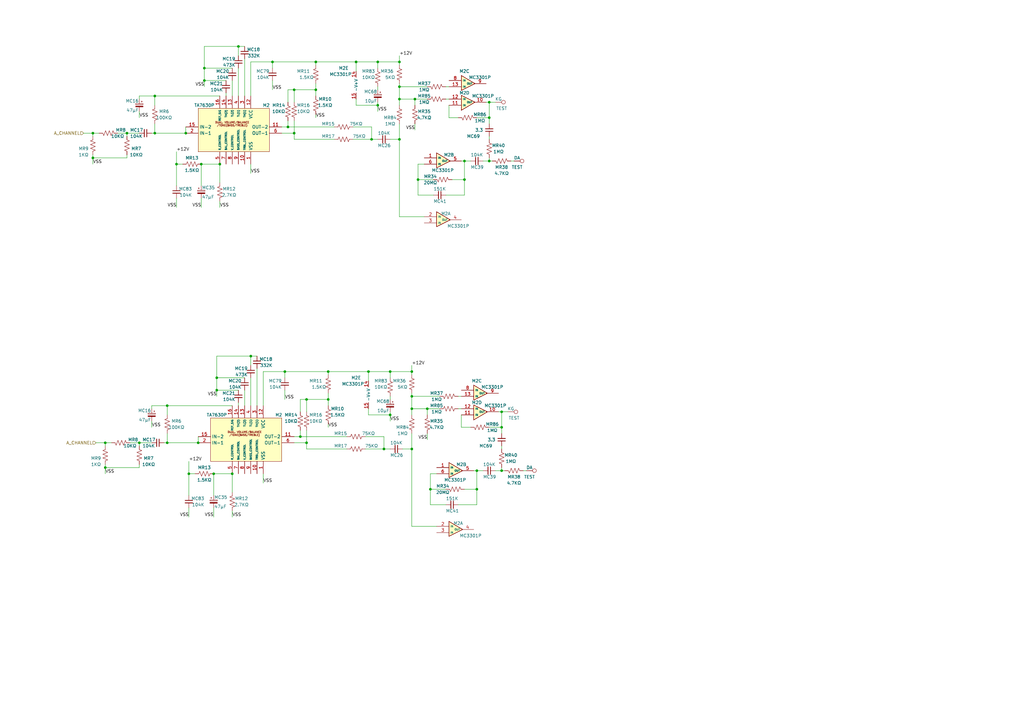
<source format=kicad_sch>
(kicad_sch (version 20230121) (generator eeschema)
  (paper "A3")
  (lib_symbols
    (symbol "Connector:TestPoint" (pin_numbers hide) (pin_names (offset 0.762) hide)
      (property "Reference" "TP" (at 0 6.858 0))
      (property "Value" "TestPoint" (at 0 5.08 0))
      (symbol "TestPoint_0_1"
        (circle (center 0 3.302) (radius 0.762))
      )
      (symbol "TestPoint_1_1"
        (pin passive line (at 0 0 90) (length 2.54) (name "1") (number "1"))
      )
    )
    (symbol "Device:C_Polarized_Small" (pin_numbers hide) (pin_names (offset 0.254) hide)
      (property "Reference" "C" (at 0.254 1.778 0))
      (property "Value" "C_Polarized_Small" (at 0.254 -2.032 0))
      (symbol "C_Polarized_Small_0_1"
        (rectangle (start -1.524 -0.3048) (end 1.524 -0.6858) (fill (type outline)))
        (rectangle (start -1.524 0.6858) (end 1.524 0.3048))
        (polyline (pts (xy -1.27 1.524) (xy -0.762 1.524)))
        (polyline (pts (xy -1.016 1.27) (xy -1.016 1.778)))
      )
      (symbol "C_Polarized_Small_1_1"
        (pin passive line (at 0 2.54 270) (length 1.8542) (name "~") (number "1"))
        (pin passive line (at 0 -2.54 90) (length 1.8542) (name "~") (number "2"))
      )
    )
    (symbol "Device:C_Small" (pin_numbers hide) (pin_names (offset 0.254) hide)
      (property "Reference" "C" (at 0.254 1.778 0))
      (property "Value" "C_Small" (at 0.254 -2.032 0))
      (symbol "C_Small_0_1"
        (polyline (pts (xy -1.524 -0.508) (xy 1.524 -0.508)) (stroke (width 0.3302)))
        (polyline (pts (xy -1.524 0.508) (xy 1.524 0.508)) (stroke (width 0.3048)))
      )
      (symbol "C_Small_1_1"
        (pin passive line (at 0 2.54 270) (length 2.032) (name "~") (number "1"))
        (pin passive line (at 0 -2.54 90) (length 2.032) (name "~") (number "2"))
      )
    )
    (symbol "Device:R_US" (pin_numbers hide) (pin_names (offset 0))
      (property "Reference" "R" (at 2.54 0 90))
      (property "Value" "R_US" (at -2.54 0 90))
      (symbol "R_US_0_1"
        (polyline (pts (xy 0 -2.286) (xy 0 -2.54)))
        (polyline (pts (xy 0 2.286) (xy 0 2.54)))
        (polyline (pts (xy 0 -0.762) (xy 1.016 -1.143) (xy 0 -1.524) (xy -1.016 -1.905) (xy 0 -2.286)))
        (polyline (pts (xy 0 0.762) (xy 1.016 0.381) (xy 0 0) (xy -1.016 -0.381) (xy 0 -0.762)))
        (polyline (pts (xy 0 2.286) (xy 1.016 1.905) (xy 0 1.524) (xy -1.016 1.143) (xy 0 0.762)))
      )
      (symbol "R_US_1_1"
        (pin passive line (at 0 3.81 270) (length 1.27) (name "~") (number "1"))
        (pin passive line (at 0 -3.81 90) (length 1.27) (name "~") (number "2"))
      )
    )
    (symbol "arcade:MC3301P"
      (property "Reference" "U" (at 3.81 2.54 0))
      (property "Value" "MC3301P" (at 7.62 -2.54 0))
      (symbol "MC3301P_0_0"
        (text "" (at -7.62 -5.08 0) (effects (font (size 1.27 1.27))))
        (text "" (at -7.62 -5.08 0) (effects (font (size 1.27 1.27))))
        (text "" (at -6.35 -5.08 0) (effects (font (size 1.27 1.27))))
        (text "" (at -6.35 -5.08 0) (effects (font (size 1.27 1.27))))
        (text "" (at -2.54 0 0) (effects (font (size 1.27 1.27))))
        (text "" (at -2.54 0 0) (effects (font (size 1.27 1.27))))
      )
      (symbol "MC3301P_1_0"
        (polyline (pts (xy -1.27 3.302) (xy -1.27 -2.794) (xy 4.318 0) (xy -1.27 3.302)) (stroke (width 0.254)) (fill (type background)))
      )
      (symbol "MC3301P_1_1"
        (pin input line (at -6.35 1.27 0) (length 5.08) (name "IN") (number "2"))
        (pin input line (at -6.35 -1.27 0) (length 5.08) (name "IN") (number "3"))
        (pin output line (at 8.89 0 180) (length 5.08) (name "OUT") (number "4"))
      )
      (symbol "MC3301P_2_0"
        (polyline (pts (xy -1.27 3.302) (xy -1.27 -2.794) (xy 4.318 0) (xy -1.27 3.302)) (stroke (width 0.254)) (fill (type background)))
      )
      (symbol "MC3301P_2_1"
        (pin input line (at -6.35 1.27 0) (length 5.08) (name "IN") (number "1"))
        (pin output line (at 8.89 0 180) (length 5.08) (name "OUT") (number "5"))
        (pin input line (at -6.35 -1.27 0) (length 5.08) (name "IN") (number "6"))
      )
      (symbol "MC3301P_3_0"
        (polyline (pts (xy -1.27 3.302) (xy -1.27 -2.794) (xy 4.318 0) (xy -1.27 3.302)) (stroke (width 0.254)) (fill (type background)))
      )
      (symbol "MC3301P_3_1"
        (pin input line (at -6.35 -1.27 0) (length 5.08) (name "IN") (number "13"))
        (pin input line (at -6.35 1.27 0) (length 5.08) (name "IN") (number "8"))
        (pin output line (at 8.89 0 180) (length 5.08) (name "OUT") (number "9"))
      )
      (symbol "MC3301P_4_0"
        (polyline (pts (xy -1.27 3.302) (xy -1.27 -2.794) (xy 4.318 0) (xy -1.27 3.302)) (stroke (width 0.254)) (fill (type background)))
      )
      (symbol "MC3301P_4_1"
        (pin output line (at 8.89 0 180) (length 5.08) (name "OUT") (number "10"))
        (pin input line (at -6.35 1.27 0) (length 5.08) (name "IN") (number "11"))
        (pin input line (at -6.35 -1.27 0) (length 5.08) (name "IN") (number "12"))
      )
      (symbol "MC3301P_5_1"
        (pin power_in line (at 0 5.08 270) (length 2.54) (name "+V") (number "14"))
        (pin power_in line (at 0 -6.35 90) (length 2.54) (name "-V") (number "15"))
      )
    )
    (symbol "toshiba:TA7630P"
      (property "Reference" "U" (at 13.97 10.16 0))
      (property "Value" "TA7630P" (at -11.43 10.16 0))
      (symbol "TA7630P_1_1"
        (rectangle (start -13.97 8.89) (end 15.24 -8.89) (fill (type background)))
        (text "DUAL. VOLUME/BALANCE\n/TONE(BASS/TREBLE)\n" (at 0 2.54 0) (effects (font (size 0.762 0.762))))
        (pin power_in line (at 7.62 -13.97 90) (length 5.08) (name "VSS") (number "1"))
        (pin passive line (at 5.08 -13.97 90) (length 5.08) (name "TRBL_CONTROL") (number "10"))
        (pin output line (at 20.32 1.27 180) (length 5.08) (name "OUT-2") (number "11"))
        (pin power_in line (at 7.62 13.97 270) (length 5.08) (name "VCC") (number "12"))
        (pin passive line (at 0 13.97 270) (length 5.08) (name "TL(2)") (number "13"))
        (pin passive line (at -2.54 13.97 270) (length 5.08) (name "TH(2)") (number "14"))
        (pin input line (at -19.05 1.27 0) (length 5.08) (name "IN-2") (number "15"))
        (pin passive line (at -5.08 13.97 270) (length 5.08) (name "REF_SIG") (number "16"))
        (pin input line (at -19.05 -1.27 0) (length 5.08) (name "IN-1") (number "2"))
        (pin passive line (at 5.08 13.97 270) (length 5.08) (name "TH(1)") (number "3"))
        (pin passive line (at 2.54 13.97 270) (length 5.08) (name "TL(1)") (number "4"))
        (pin passive line (at -5.08 -13.97 90) (length 5.08) (name "R_CONTROL") (number "5"))
        (pin output line (at 20.32 -1.27 180) (length 5.08) (name "OUT-1") (number "6"))
        (pin passive line (at -2.54 -13.97 90) (length 5.08) (name "BAL_CONTROL") (number "7"))
        (pin passive line (at 0 -13.97 90) (length 5.08) (name "V_CONTROL") (number "8"))
        (pin passive line (at 2.54 -13.97 90) (length 5.08) (name "BASS_CONTROL") (number "9"))
      )
    )
  )
  (junction (at 95.25 194.31))
  (junction (at 129.54 25.4))
  (junction (at 120.65 36.83))
  (junction (at 168.91 167.64))
  (junction (at 160.02 152.4))
  (junction (at 205.74 168.91))
  (junction (at 90.17 67.31))
  (junction (at 88.9 160.02))
  (junction (at 72.39 67.31))
  (junction (at 160.02 170.18))
  (junction (at 77.47 194.31))
  (junction (at 200.66 66.04))
  (junction (at 88.9 154.94))
  (junction (at 190.5 73.66))
  (junction (at 175.26 167.64))
  (junction (at 120.65 54.61))
  (junction (at 200.66 48.26))
  (junction (at 81.28 181.61))
  (junction (at 163.83 40.64))
  (junction (at 125.73 163.83))
  (junction (at 83.82 27.94))
  (junction (at 200.66 41.91))
  (junction (at 52.07 54.61))
  (junction (at 125.73 181.61))
  (junction (at 163.83 57.15))
  (junction (at 157.48 184.15))
  (junction (at 168.91 184.15))
  (junction (at 87.63 194.31))
  (junction (at 152.4 57.15))
  (junction (at 63.5 39.37))
  (junction (at 168.91 152.4))
  (junction (at 195.58 193.04))
  (junction (at 176.53 200.66))
  (junction (at 63.5 54.61))
  (junction (at 170.18 40.64))
  (junction (at 76.2 54.61))
  (junction (at 116.84 152.4))
  (junction (at 118.11 52.07))
  (junction (at 151.13 152.4))
  (junction (at 168.91 162.56))
  (junction (at 129.54 36.83))
  (junction (at 97.79 19.05))
  (junction (at 163.83 25.4))
  (junction (at 134.62 163.83))
  (junction (at 38.1 64.77))
  (junction (at 154.94 43.18))
  (junction (at 163.83 35.56))
  (junction (at 146.05 25.4))
  (junction (at 82.55 67.31))
  (junction (at 134.62 152.4))
  (junction (at 111.76 25.4))
  (junction (at 123.19 179.07))
  (junction (at 43.18 191.77))
  (junction (at 57.15 181.61))
  (junction (at 102.87 146.05))
  (junction (at 68.58 181.61))
  (junction (at 38.1 54.61))
  (junction (at 190.5 66.04))
  (junction (at 205.74 193.04))
  (junction (at 171.45 73.66))
  (junction (at 43.18 181.61))
  (junction (at 195.58 200.66))
  (junction (at 205.74 175.26))
  (junction (at 154.94 25.4))
  (junction (at 83.82 33.02))
  (junction (at 68.58 166.37))
  (wire (pts (xy 120.65 49.53) (xy 120.65 54.61)))
  (wire (pts (xy 214.63 193.04) (xy 215.9 193.04)))
  (wire (pts (xy 171.45 73.66) (xy 171.45 80.01)))
  (wire (pts (xy 45.72 181.61) (xy 43.18 181.61)))
  (wire (pts (xy 190.5 80.01) (xy 190.5 73.66)))
  (wire (pts (xy 168.91 177.8) (xy 168.91 184.15)))
  (wire (pts (xy 111.76 25.4) (xy 111.76 27.94)))
  (wire (pts (xy 43.18 191.77) (xy 43.18 194.31)))
  (wire (pts (xy 43.18 181.61) (xy 43.18 182.88)))
  (wire (pts (xy 163.83 35.56) (xy 175.26 35.56)))
  (wire (pts (xy 62.23 172.72) (xy 62.23 175.26)))
  (wire (pts (xy 88.9 160.02) (xy 88.9 162.56)))
  (wire (pts (xy 190.5 66.04) (xy 193.04 66.04)))
  (wire (pts (xy 111.76 33.02) (xy 111.76 36.83)))
  (wire (pts (xy 102.87 146.05) (xy 102.87 149.86)))
  (wire (pts (xy 173.99 67.31) (xy 171.45 67.31)))
  (wire (pts (xy 43.18 190.5) (xy 43.18 191.77)))
  (wire (pts (xy 118.11 36.83) (xy 118.11 41.91)))
  (wire (pts (xy 205.74 175.26) (xy 205.74 168.91)))
  (wire (pts (xy 120.65 57.15) (xy 120.65 54.61)))
  (wire (pts (xy 118.11 36.83) (xy 120.65 36.83)))
  (wire (pts (xy 107.95 152.4) (xy 107.95 166.37)))
  (wire (pts (xy 194.31 193.04) (xy 195.58 193.04)))
  (wire (pts (xy 134.62 153.67) (xy 134.62 152.4)))
  (wire (pts (xy 134.62 163.83) (xy 134.62 166.37)))
  (wire (pts (xy 200.66 41.91) (xy 203.2 41.91)))
  (wire (pts (xy 116.84 152.4) (xy 116.84 154.94)))
  (wire (pts (xy 102.87 146.05) (xy 88.9 146.05)))
  (wire (pts (xy 83.82 27.94) (xy 83.82 33.02)))
  (wire (pts (xy 205.74 191.77) (xy 205.74 193.04)))
  (wire (pts (xy 134.62 161.29) (xy 134.62 163.83)))
  (wire (pts (xy 163.83 88.9) (xy 163.83 57.15)))
  (wire (pts (xy 163.83 40.64) (xy 170.18 40.64)))
  (wire (pts (xy 163.83 88.9) (xy 173.99 88.9)))
  (wire (pts (xy 82.55 67.31) (xy 90.17 67.31)))
  (wire (pts (xy 168.91 167.64) (xy 168.91 170.18)))
  (wire (pts (xy 125.73 163.83) (xy 125.73 168.91)))
  (wire (pts (xy 129.54 36.83) (xy 120.65 36.83)))
  (wire (pts (xy 195.58 48.26) (xy 200.66 48.26)))
  (wire (pts (xy 200.66 48.26) (xy 200.66 50.8)))
  (wire (pts (xy 176.53 200.66) (xy 182.88 200.66)))
  (wire (pts (xy 171.45 80.01) (xy 177.8 80.01)))
  (wire (pts (xy 154.94 25.4) (xy 163.83 25.4)))
  (wire (pts (xy 95.25 33.02) (xy 95.25 39.37)))
  (wire (pts (xy 120.65 36.83) (xy 120.65 41.91)))
  (wire (pts (xy 170.18 40.64) (xy 175.26 40.64)))
  (wire (pts (xy 157.48 184.15) (xy 160.02 184.15)))
  (wire (pts (xy 168.91 149.86) (xy 168.91 152.4)))
  (wire (pts (xy 154.94 43.18) (xy 154.94 41.91)))
  (wire (pts (xy 102.87 67.31) (xy 102.87 71.12)))
  (wire (pts (xy 107.95 152.4) (xy 116.84 152.4)))
  (wire (pts (xy 88.9 146.05) (xy 88.9 154.94)))
  (wire (pts (xy 87.63 194.31) (xy 95.25 194.31)))
  (wire (pts (xy 175.26 167.64) (xy 175.26 170.18)))
  (wire (pts (xy 154.94 25.4) (xy 154.94 27.94)))
  (wire (pts (xy 118.11 49.53) (xy 118.11 52.07)))
  (wire (pts (xy 154.94 35.56) (xy 154.94 36.83)))
  (wire (pts (xy 205.74 193.04) (xy 203.2 193.04)))
  (wire (pts (xy 34.29 54.61) (xy 38.1 54.61)))
  (wire (pts (xy 95.25 209.55) (xy 95.25 212.09)))
  (wire (pts (xy 146.05 25.4) (xy 154.94 25.4)))
  (wire (pts (xy 52.07 54.61) (xy 52.07 55.88)))
  (wire (pts (xy 205.74 175.26) (xy 205.74 177.8)))
  (wire (pts (xy 129.54 25.4) (xy 146.05 25.4)))
  (wire (pts (xy 151.13 170.18) (xy 151.13 167.64)))
  (wire (pts (xy 62.23 54.61) (xy 63.5 54.61)))
  (wire (pts (xy 118.11 52.07) (xy 115.57 52.07)))
  (wire (pts (xy 168.91 215.9) (xy 168.91 184.15)))
  (wire (pts (xy 146.05 43.18) (xy 154.94 43.18)))
  (wire (pts (xy 185.42 73.66) (xy 190.5 73.66)))
  (wire (pts (xy 72.39 67.31) (xy 74.93 67.31)))
  (wire (pts (xy 68.58 166.37) (xy 95.25 166.37)))
  (wire (pts (xy 144.78 52.07) (xy 152.4 52.07)))
  (wire (pts (xy 92.71 38.1) (xy 92.71 39.37)))
  (wire (pts (xy 38.1 64.77) (xy 38.1 67.31)))
  (wire (pts (xy 195.58 193.04) (xy 195.58 200.66)))
  (wire (pts (xy 57.15 45.72) (xy 57.15 48.26)))
  (wire (pts (xy 160.02 152.4) (xy 168.91 152.4)))
  (wire (pts (xy 88.9 154.94) (xy 88.9 160.02)))
  (wire (pts (xy 125.73 184.15) (xy 142.24 184.15)))
  (wire (pts (xy 68.58 170.18) (xy 68.58 166.37)))
  (wire (pts (xy 195.58 193.04) (xy 198.12 193.04)))
  (wire (pts (xy 53.34 181.61) (xy 57.15 181.61)))
  (wire (pts (xy 165.1 184.15) (xy 168.91 184.15)))
  (wire (pts (xy 63.5 43.18) (xy 63.5 39.37)))
  (wire (pts (xy 57.15 181.61) (xy 57.15 182.88)))
  (wire (pts (xy 134.62 152.4) (xy 151.13 152.4)))
  (wire (pts (xy 97.79 19.05) (xy 83.82 19.05)))
  (wire (pts (xy 207.01 193.04) (xy 205.74 193.04)))
  (wire (pts (xy 163.83 25.4) (xy 163.83 26.67)))
  (wire (pts (xy 160.02 162.56) (xy 160.02 163.83)))
  (wire (pts (xy 204.47 168.91) (xy 205.74 168.91)))
  (wire (pts (xy 168.91 167.64) (xy 175.26 167.64)))
  (wire (pts (xy 129.54 46.99) (xy 129.54 48.26)))
  (wire (pts (xy 168.91 215.9) (xy 179.07 215.9)))
  (wire (pts (xy 100.33 24.13) (xy 100.33 39.37)))
  (wire (pts (xy 87.63 194.31) (xy 87.63 203.2)))
  (wire (pts (xy 205.74 168.91) (xy 208.28 168.91)))
  (wire (pts (xy 160.02 152.4) (xy 160.02 154.94)))
  (wire (pts (xy 81.28 179.07) (xy 81.28 181.61)))
  (wire (pts (xy 88.9 154.94) (xy 100.33 154.94)))
  (wire (pts (xy 48.26 54.61) (xy 52.07 54.61)))
  (wire (pts (xy 82.55 67.31) (xy 82.55 76.2)))
  (wire (pts (xy 171.45 67.31) (xy 171.45 73.66)))
  (wire (pts (xy 90.17 67.31) (xy 90.17 74.93)))
  (wire (pts (xy 152.4 57.15) (xy 154.94 57.15)))
  (wire (pts (xy 123.19 179.07) (xy 142.24 179.07)))
  (wire (pts (xy 190.5 66.04) (xy 190.5 73.66)))
  (wire (pts (xy 189.23 170.18) (xy 189.23 175.26)))
  (wire (pts (xy 200.66 175.26) (xy 205.74 175.26)))
  (wire (pts (xy 134.62 163.83) (xy 125.73 163.83)))
  (wire (pts (xy 189.23 175.26) (xy 193.04 175.26)))
  (wire (pts (xy 182.88 40.64) (xy 184.15 40.64)))
  (wire (pts (xy 95.25 194.31) (xy 95.25 201.93)))
  (wire (pts (xy 146.05 25.4) (xy 146.05 29.21)))
  (wire (pts (xy 72.39 62.23) (xy 72.39 67.31)))
  (wire (pts (xy 105.41 151.13) (xy 105.41 166.37)))
  (wire (pts (xy 176.53 194.31) (xy 176.53 200.66)))
  (wire (pts (xy 83.82 19.05) (xy 83.82 27.94)))
  (wire (pts (xy 52.07 64.77) (xy 38.1 64.77)))
  (wire (pts (xy 176.53 200.66) (xy 176.53 207.01)))
  (wire (pts (xy 205.74 182.88) (xy 205.74 184.15)))
  (wire (pts (xy 120.65 57.15) (xy 137.16 57.15)))
  (wire (pts (xy 68.58 181.61) (xy 81.28 181.61)))
  (wire (pts (xy 123.19 179.07) (xy 120.65 179.07)))
  (wire (pts (xy 163.83 40.64) (xy 163.83 43.18)))
  (wire (pts (xy 77.47 189.23) (xy 77.47 194.31)))
  (wire (pts (xy 123.19 163.83) (xy 123.19 168.91)))
  (wire (pts (xy 187.96 167.64) (xy 189.23 167.64)))
  (wire (pts (xy 134.62 173.99) (xy 134.62 175.26)))
  (wire (pts (xy 160.02 170.18) (xy 160.02 172.72)))
  (wire (pts (xy 168.91 152.4) (xy 168.91 153.67)))
  (wire (pts (xy 163.83 35.56) (xy 163.83 40.64)))
  (wire (pts (xy 105.41 146.05) (xy 102.87 146.05)))
  (wire (pts (xy 40.64 54.61) (xy 38.1 54.61)))
  (wire (pts (xy 182.88 35.56) (xy 184.15 35.56)))
  (wire (pts (xy 201.93 66.04) (xy 200.66 66.04)))
  (wire (pts (xy 90.17 82.55) (xy 90.17 85.09)))
  (wire (pts (xy 190.5 200.66) (xy 195.58 200.66)))
  (wire (pts (xy 120.65 181.61) (xy 125.73 181.61)))
  (wire (pts (xy 57.15 191.77) (xy 43.18 191.77)))
  (wire (pts (xy 123.19 176.53) (xy 123.19 179.07)))
  (wire (pts (xy 72.39 85.09) (xy 72.39 81.28)))
  (wire (pts (xy 38.1 63.5) (xy 38.1 64.77)))
  (wire (pts (xy 129.54 36.83) (xy 129.54 39.37)))
  (wire (pts (xy 68.58 177.8) (xy 68.58 181.61)))
  (wire (pts (xy 200.66 66.04) (xy 198.12 66.04)))
  (wire (pts (xy 52.07 54.61) (xy 57.15 54.61)))
  (wire (pts (xy 200.66 48.26) (xy 200.66 41.91)))
  (wire (pts (xy 129.54 34.29) (xy 129.54 36.83)))
  (wire (pts (xy 171.45 73.66) (xy 177.8 73.66)))
  (wire (pts (xy 187.96 162.56) (xy 189.23 162.56)))
  (wire (pts (xy 83.82 33.02) (xy 92.71 33.02)))
  (wire (pts (xy 116.84 152.4) (xy 134.62 152.4)))
  (wire (pts (xy 57.15 191.77) (xy 57.15 190.5)))
  (wire (pts (xy 200.66 55.88) (xy 200.66 57.15)))
  (wire (pts (xy 67.31 181.61) (xy 68.58 181.61)))
  (wire (pts (xy 146.05 43.18) (xy 146.05 40.64)))
  (wire (pts (xy 163.83 35.56) (xy 163.83 34.29)))
  (wire (pts (xy 154.94 43.18) (xy 154.94 45.72)))
  (wire (pts (xy 63.5 50.8) (xy 63.5 54.61)))
  (wire (pts (xy 77.47 212.09) (xy 77.47 208.28)))
  (wire (pts (xy 182.88 80.01) (xy 190.5 80.01)))
  (wire (pts (xy 38.1 54.61) (xy 38.1 55.88)))
  (wire (pts (xy 97.79 19.05) (xy 97.79 22.86)))
  (wire (pts (xy 63.5 54.61) (xy 76.2 54.61)))
  (wire (pts (xy 63.5 39.37) (xy 57.15 39.37)))
  (wire (pts (xy 200.66 64.77) (xy 200.66 66.04)))
  (wire (pts (xy 129.54 26.67) (xy 129.54 25.4)))
  (wire (pts (xy 151.13 152.4) (xy 151.13 156.21)))
  (wire (pts (xy 168.91 162.56) (xy 168.91 167.64)))
  (wire (pts (xy 62.23 166.37) (xy 62.23 167.64)))
  (wire (pts (xy 72.39 67.31) (xy 72.39 76.2)))
  (wire (pts (xy 52.07 64.77) (xy 52.07 63.5)))
  (wire (pts (xy 125.73 184.15) (xy 125.73 181.61)))
  (wire (pts (xy 82.55 81.28) (xy 82.55 85.09)))
  (wire (pts (xy 107.95 194.31) (xy 107.95 198.12)))
  (wire (pts (xy 160.02 170.18) (xy 160.02 168.91)))
  (wire (pts (xy 151.13 152.4) (xy 160.02 152.4)))
  (wire (pts (xy 187.96 207.01) (xy 195.58 207.01)))
  (wire (pts (xy 100.33 160.02) (xy 100.33 166.37)))
  (wire (pts (xy 170.18 40.64) (xy 170.18 43.18)))
  (wire (pts (xy 87.63 208.28) (xy 87.63 212.09)))
  (wire (pts (xy 175.26 167.64) (xy 180.34 167.64)))
  (wire (pts (xy 83.82 33.02) (xy 83.82 35.56)))
  (wire (pts (xy 163.83 22.86) (xy 163.83 25.4)))
  (wire (pts (xy 151.13 170.18) (xy 160.02 170.18)))
  (wire (pts (xy 77.47 194.31) (xy 80.01 194.31)))
  (wire (pts (xy 63.5 39.37) (xy 90.17 39.37)))
  (wire (pts (xy 157.48 179.07) (xy 157.48 184.15)))
  (wire (pts (xy 102.87 154.94) (xy 102.87 166.37)))
  (wire (pts (xy 149.86 179.07) (xy 157.48 179.07)))
  (wire (pts (xy 77.47 194.31) (xy 77.47 203.2)))
  (wire (pts (xy 116.84 160.02) (xy 116.84 163.83)))
  (wire (pts (xy 102.87 25.4) (xy 102.87 39.37)))
  (wire (pts (xy 157.48 184.15) (xy 149.86 184.15)))
  (wire (pts (xy 184.15 43.18) (xy 184.15 48.26)))
  (wire (pts (xy 168.91 162.56) (xy 168.91 161.29)))
  (wire (pts (xy 111.76 25.4) (xy 129.54 25.4)))
  (wire (pts (xy 179.07 194.31) (xy 176.53 194.31)))
  (wire (pts (xy 118.11 52.07) (xy 137.16 52.07)))
  (wire (pts (xy 175.26 177.8) (xy 175.26 180.34)))
  (wire (pts (xy 195.58 207.01) (xy 195.58 200.66)))
  (wire (pts (xy 168.91 162.56) (xy 180.34 162.56)))
  (wire (pts (xy 125.73 176.53) (xy 125.73 181.61)))
  (wire (pts (xy 88.9 160.02) (xy 97.79 160.02)))
  (wire (pts (xy 97.79 165.1) (xy 97.79 166.37)))
  (wire (pts (xy 209.55 66.04) (xy 210.82 66.04)))
  (wire (pts (xy 123.19 163.83) (xy 125.73 163.83)))
  (wire (pts (xy 160.02 57.15) (xy 163.83 57.15)))
  (wire (pts (xy 97.79 27.94) (xy 97.79 39.37)))
  (wire (pts (xy 170.18 50.8) (xy 170.18 53.34)))
  (wire (pts (xy 57.15 39.37) (xy 57.15 40.64)))
  (wire (pts (xy 184.15 48.26) (xy 187.96 48.26)))
  (wire (pts (xy 76.2 52.07) (xy 76.2 54.61)))
  (wire (pts (xy 176.53 207.01) (xy 182.88 207.01)))
  (wire (pts (xy 163.83 50.8) (xy 163.83 57.15)))
  (wire (pts (xy 199.39 41.91) (xy 200.66 41.91)))
  (wire (pts (xy 83.82 27.94) (xy 95.25 27.94)))
  (wire (pts (xy 189.23 66.04) (xy 190.5 66.04)))
  (wire (pts (xy 57.15 181.61) (xy 62.23 181.61)))
  (wire (pts (xy 115.57 54.61) (xy 120.65 54.61)))
  (wire (pts (xy 102.87 25.4) (xy 111.76 25.4)))
  (wire (pts (xy 39.37 181.61) (xy 43.18 181.61)))
  (wire (pts (xy 68.58 166.37) (xy 62.23 166.37)))
  (wire (pts (xy 152.4 52.07) (xy 152.4 57.15)))
  (wire (pts (xy 152.4 57.15) (xy 144.78 57.15)))
  (wire (pts (xy 100.33 19.05) (xy 97.79 19.05)))
  (label "VSS" (at 90.17 85.09 0))
  (label "VSS" (at 72.39 85.09 180))
  (label "VSS" (at 175.26 180.34 180))
  (label "+12V" (at 168.91 149.86 0))
  (label "VSS" (at 154.94 45.72 0))
  (label "VSS" (at 62.23 175.26 0))
  (label "VSS" (at 87.63 212.09 180))
  (label "VSS" (at 102.87 71.12 0))
  (label "VSS" (at 129.54 48.26 0))
  (label "+12V" (at 72.39 62.23 0))
  (label "VSS" (at 107.95 198.12 0))
  (label "+12V" (at 77.47 189.23 0))
  (label "VSS" (at 88.9 162.56 180))
  (label "VSS" (at 83.82 35.56 180))
  (label "VSS" (at 82.55 85.09 180))
  (label "VSS" (at 134.62 175.26 0))
  (label "VSS" (at 116.84 163.83 0))
  (label "VSS" (at 170.18 53.34 180))
  (label "VSS" (at 43.18 194.31 0))
  (label "VSS" (at 57.15 48.26 0))
  (label "+12V" (at 163.83 22.86 0))
  (label "VSS" (at 77.47 212.09 180))
  (label "VSS" (at 38.1 67.31 0))
  (label "VSS" (at 111.76 36.83 0))
  (label "VSS" (at 95.25 212.09 0))
  (label "VSS" (at 160.02 172.72 0))
  (hierarchical_label "A_CHANNEL" (shape input) (at 39.37 181.61 180))
  (hierarchical_label "A_CHANNEL" (shape input) (at 34.29 54.61 180))
  (symbol (lib_id "arcade:MC3301P") (at 190.5 41.91 0) (mirror x) (unit 4)
    (property "Reference" "M2" (at 190.5 38.1 0))
    (property "Value" "MC3301P" (at 198.12 39.37 0))
    (property "Datasheet" "https://html.alldatasheet.com/html-pdf/126357/MOTOROLA/MC3301P/384/1/MC3301P.html" (effects hide))
  )
  (symbol (lib_id "Device:C_Small") (at 105.41 148.59 0) (mirror y) (unit 1)
    (property "Reference" "MC18" (at 111.76 147.32 0) (effects (justify left)))
    (property "Value" "332K" (at 111.76 149.86 0) (effects (justify left)))
    (instances (project "fairyland" (path "" (reference "MC18") (unit 1)) (path "" (reference "MC9") (unit 1))))
  )
  (symbol (lib_id "Device:R_US") (at 118.11 45.72 0) (unit 1)
    (property "Reference" "MR14" (at 114.3 43.18 0))
    (property "Value" "10KΩ" (at 114.3 45.72 0))
  )
  (symbol (lib_id "Device:R_US") (at 123.19 172.72 0) (unit 1)
    (property "Reference" "MR14" (at 119.38 170.18 0))
    (property "Value" "10KΩ" (at 119.38 172.72 0))
    (instances (project "fairyland" (path "" (reference "MR14") (unit 1)) (path "" (reference "MR24") (unit 1))))
  )
  (symbol (lib_id "Device:R_US") (at 163.83 46.99 0) (unit 1)
    (property "Reference" "MR84" (at 160.02 48.26 0))
    (property "Value" "1MΩ" (at 160.02 50.8 0))
  )
  (symbol (lib_id "Device:R_US") (at 186.69 200.66 90) (mirror x) (unit 1)
    (property "Reference" "MR34" (at 181.61 199.39 90))
    (property "Value" "20MΩ" (at 181.61 201.93 90))
    (instances (project "fairyland" (path "" (reference "MR34") (unit 1)) (path "" (reference "MR44") (unit 1))))
  )
  (symbol (lib_id "Device:R_US") (at 44.45 54.61 270) (mirror x) (unit 1)
    (property "Reference" "MR8" (at 49.53 53.34 90))
    (property "Value" "10KΩ" (at 48.26 55.88 90))
  )
  (symbol (lib_id "Device:C_Small") (at 157.48 57.15 270) (mirror x) (unit 1)
    (property "Reference" "MC26" (at 154.94 59.69 90) (effects (justify left)))
    (property "Value" "104K" (at 154.94 54.61 90) (effects (justify left)))
  )
  (symbol (lib_id "Device:R_US") (at 125.73 172.72 0) (unit 1)
    (property "Reference" "MR16" (at 129.54 170.18 0))
    (property "Value" "10KΩ" (at 129.54 172.72 0))
    (instances (project "fairyland" (path "" (reference "MR16") (unit 1)) (path "" (reference "MR25") (unit 1))))
  )
  (symbol (lib_id "Device:C_Small") (at 102.87 152.4 0) (mirror y) (unit 1)
    (property "Reference" "MC19" (at 101.6 151.13 0) (effects (justify left)))
    (property "Value" "473K" (at 101.6 153.67 0) (effects (justify left)))
    (instances (project "fairyland" (path "" (reference "MC19") (unit 1)) (path "" (reference "MC10") (unit 1))))
  )
  (symbol (lib_id "Device:R_US") (at 129.54 30.48 0) (mirror y) (unit 1)
    (property "Reference" "MR11" (at 124.46 29.21 0))
    (property "Value" "1.5KΩ" (at 125.73 31.75 0))
  )
  (symbol (lib_id "Device:C_Small") (at 205.74 180.34 180) (unit 1)
    (property "Reference" "MC69" (at 201.93 182.88 0) (effects (justify left)))
    (property "Value" "3.3" (at 203.2 180.34 0) (effects (justify left)))
    (instances (project "fairyland" (path "" (reference "MC69") (unit 1)) (path "" (reference "MC22") (unit 1))))
  )
  (symbol (lib_id "arcade:MC3301P") (at 185.42 193.04 0) (unit 2)
    (property "Reference" "M2" (at 189.23 190.5 0))
    (property "Value" "MC3301P" (at 186.69 196.85 0))
    (property "Datasheet" "https://html.alldatasheet.com/html-pdf/126357/MOTOROLA/MC3301P/384/1/MC3301P.html" (effects hide))
    (instances (project "fairyland" (path "" (reference "M2") (unit 2)) (path "" (reference "M9") (unit 2))))
  )
  (symbol (lib_id "Connector:TestPoint") (at 215.9 193.04 270) (mirror x) (unit 1)
    (property "Reference" "TEST" (at 217.17 195.58 90))
    (property "Value" "DA" (at 217.17 191.77 90))
    (instances (project "fairyland" (path "" (reference "TEST") (unit 1)) (path "" (reference "TEST10") (unit 1))))
  )
  (symbol (lib_id "arcade:MC3301P") (at 185.42 217.17 0) (unit 1)
    (property "Reference" "M2" (at 187.96 214.63 0))
    (property "Value" "MC3301P" (at 193.04 219.71 0))
    (property "Datasheet" "https://html.alldatasheet.com/html-pdf/126357/MOTOROLA/MC3301P/384/1/MC3301P.html" (effects hide))
    (instances (project "fairyland" (path "" (reference "M2") (unit 1)) (path "" (reference "M9") (unit 1))))
  )
  (symbol (lib_id "Device:R_US") (at 168.91 157.48 0) (unit 1)
    (property "Reference" "MR36" (at 163.83 156.21 0))
    (property "Value" "5KΩ" (at 165.1 158.75 0))
    (instances (project "fairyland" (path "" (reference "MR36") (unit 1)) (path "" (reference "MR19") (unit 1))))
  )
  (symbol (lib_id "Device:C_Small") (at 95.25 30.48 0) (mirror y) (unit 1)
    (property "Reference" "MC20" (at 93.98 29.21 0) (effects (justify left)))
    (property "Value" "104K" (at 93.98 31.75 0) (effects (justify left)))
  )
  (symbol (lib_id "arcade:MC3301P") (at 146.05 34.29 0) (unit 5)
    (property "Reference" "M2" (at 140.97 27.94 0))
    (property "Value" "MC3301P" (at 139.7 30.48 0))
    (property "Datasheet" "https://html.alldatasheet.com/html-pdf/126357/MOTOROLA/MC3301P/384/1/MC3301P.html" (effects hide))
  )
  (symbol (lib_id "Device:C_Polarized_Small") (at 82.55 78.74 0) (unit 1)
    (property "Reference" "MC35" (at 82.804 76.962 0) (effects (justify left)))
    (property "Value" "47µF" (at 82.804 80.772 0) (effects (justify left)))
  )
  (symbol (lib_id "Device:C_Polarized_Small") (at 62.23 170.18 0) (mirror y) (unit 1)
    (property "Reference" "MC16" (at 61.976 168.402 0) (effects (justify left)))
    (property "Value" "47µF" (at 61.976 172.212 0) (effects (justify left)))
    (instances (project "fairyland" (path "" (reference "MC16") (unit 1)) (path "" (reference "MC15") (unit 1))))
  )
  (symbol (lib_id "Device:R_US") (at 160.02 158.75 0) (unit 1)
    (property "Reference" "MR83" (at 156.21 156.21 0))
    (property "Value" "10KΩ" (at 156.21 158.75 0))
    (instances (project "fairyland" (path "" (reference "MR83") (unit 1)) (path "" (reference "MR20") (unit 1))))
  )
  (symbol (lib_id "Device:R_US") (at 179.07 35.56 90) (mirror x) (unit 1)
    (property "Reference" "MR37" (at 173.99 34.29 90))
    (property "Value" "1MΩ" (at 173.99 36.83 90))
  )
  (symbol (lib_id "arcade:MC3301P") (at 151.13 161.29 0) (unit 5)
    (property "Reference" "M2" (at 146.05 154.94 0))
    (property "Value" "MC3301P" (at 144.78 157.48 0))
    (property "Datasheet" "https://html.alldatasheet.com/html-pdf/126357/MOTOROLA/MC3301P/384/1/MC3301P.html" (effects hide))
    (instances (project "fairyland" (path "" (reference "M2") (unit 5)) (path "" (reference "M9") (unit 5))))
  )
  (symbol (lib_id "arcade:MC3301P") (at 195.58 168.91 0) (mirror x) (unit 4)
    (property "Reference" "M2" (at 195.58 165.1 0))
    (property "Value" "MC3301P" (at 203.2 166.37 0))
    (property "Datasheet" "https://html.alldatasheet.com/html-pdf/126357/MOTOROLA/MC3301P/384/1/MC3301P.html" (effects hide))
    (instances (project "fairyland" (path "" (reference "M2") (unit 4)) (path "" (reference "M9") (unit 4))))
  )
  (symbol (lib_id "Connector:TestPoint") (at 203.2 41.91 270) (mirror x) (unit 1)
    (property "Reference" "TEST" (at 205.74 44.45 90))
    (property "Value" "KG" (at 204.47 40.64 90))
  )
  (symbol (lib_id "Device:C_Small") (at 100.33 21.59 0) (mirror y) (unit 1)
    (property "Reference" "MC18" (at 106.68 20.32 0) (effects (justify left)))
    (property "Value" "332K" (at 106.68 22.86 0) (effects (justify left)))
  )
  (symbol (lib_id "Device:C_Small") (at 59.69 54.61 270) (mirror x) (unit 1)
    (property "Reference" "MC17" (at 53.34 53.34 90) (effects (justify left)))
    (property "Value" "104K" (at 53.34 55.88 90) (effects (justify left)))
  )
  (symbol (lib_id "Device:R_US") (at 146.05 184.15 270) (unit 1)
    (property "Reference" "MR17" (at 139.7 182.88 90))
    (property "Value" "75KΩ" (at 152.4 182.88 90))
    (instances (project "fairyland" (path "" (reference "MR17") (unit 1)) (path "" (reference "MR32") (unit 1))))
  )
  (symbol (lib_id "Device:R_US") (at 38.1 59.69 0) (mirror x) (unit 1)
    (property "Reference" "MR9" (at 34.29 60.96 0))
    (property "Value" "1KΩ" (at 34.29 63.5 0))
  )
  (symbol (lib_id "Device:R_US") (at 191.77 48.26 90) (mirror x) (unit 1)
    (property "Reference" "MR86" (at 196.85 46.99 90))
    (property "Value" "1MΩ" (at 196.85 49.53 90))
  )
  (symbol (lib_id "Connector:TestPoint") (at 208.28 168.91 270) (mirror x) (unit 1)
    (property "Reference" "TEST" (at 210.82 171.45 90))
    (property "Value" "KG" (at 209.55 167.64 90))
    (instances (project "fairyland" (path "" (reference "TEST") (unit 1)) (path "" (reference "TEST9") (unit 1))))
  )
  (symbol (lib_id "Device:R_US") (at 63.5 46.99 0) (mirror y) (unit 1)
    (property "Reference" "MR6" (at 67.31 45.72 0))
    (property "Value" "100KΩ" (at 67.31 48.26 0))
  )
  (symbol (lib_id "Device:C_Small") (at 92.71 35.56 0) (mirror y) (unit 1)
    (property "Reference" "MC21" (at 91.44 34.29 0) (effects (justify left)))
    (property "Value" "104K" (at 91.44 36.83 0) (effects (justify left)))
  )
  (symbol (lib_id "Device:R_US") (at 52.07 59.69 180) (unit 1)
    (property "Reference" "MR7" (at 55.88 60.96 0))
    (property "Value" "10KΩ" (at 55.88 63.5 0))
  )
  (symbol (lib_id "Device:C_Polarized_Small") (at 87.63 205.74 0) (unit 1)
    (property "Reference" "MC35" (at 87.884 203.962 0) (effects (justify left)))
    (property "Value" "47µF" (at 87.884 207.772 0) (effects (justify left)))
    (instances (project "fairyland" (path "" (reference "MC35") (unit 1)) (path "" (reference "MC28") (unit 1))))
  )
  (symbol (lib_id "Device:R_US") (at 134.62 170.18 0) (unit 1)
    (property "Reference" "MR10" (at 138.43 167.64 0))
    (property "Value" "1.5KΩ" (at 138.43 170.18 0))
    (instances (project "fairyland" (path "" (reference "MR10") (unit 1)) (path "" (reference "MR23") (unit 1))))
  )
  (symbol (lib_id "Device:R_US") (at 163.83 30.48 0) (unit 1)
    (property "Reference" "MR36" (at 158.75 29.21 0))
    (property "Value" "5KΩ" (at 160.02 31.75 0))
  )
  (symbol (lib_id "Device:C_Polarized_Small") (at 57.15 43.18 0) (mirror y) (unit 1)
    (property "Reference" "MC16" (at 56.896 41.402 0) (effects (justify left)))
    (property "Value" "47µF" (at 56.896 45.212 0) (effects (justify left)))
  )
  (symbol (lib_id "Device:R_US") (at 205.74 66.04 270) (mirror x) (unit 1)
    (property "Reference" "MR38" (at 205.74 68.58 90))
    (property "Value" "4.7KΩ" (at 205.74 71.12 90))
  )
  (symbol (lib_id "arcade:MC3301P") (at 180.34 66.04 0) (unit 2)
    (property "Reference" "M2" (at 184.15 63.5 0))
    (property "Value" "MC3301P" (at 181.61 69.85 0))
    (property "Datasheet" "https://html.alldatasheet.com/html-pdf/126357/MOTOROLA/MC3301P/384/1/MC3301P.html" (effects hide))
  )
  (symbol (lib_id "Device:C_Small") (at 77.47 205.74 0) (mirror y) (unit 1)
    (property "Reference" "MC83" (at 83.82 204.47 0) (effects (justify left)))
    (property "Value" "104K" (at 83.82 207.01 0) (effects (justify left)))
    (instances (project "fairyland" (path "" (reference "MC83") (unit 1)) (path "" (reference "MC27") (unit 1))))
  )
  (symbol (lib_id "Device:R_US") (at 95.25 205.74 0) (mirror y) (unit 1)
    (property "Reference" "MR12" (at 99.06 204.47 0))
    (property "Value" "2.7KΩ" (at 99.06 207.01 0))
    (instances (project "fairyland" (path "" (reference "MR12") (unit 1)) (path "" (reference "MR45") (unit 1))))
  )
  (symbol (lib_id "Device:R_US") (at 179.07 40.64 270) (unit 1)
    (property "Reference" "MR85" (at 173.99 39.37 90))
    (property "Value" "1MΩ" (at 173.99 41.91 90))
  )
  (symbol (lib_id "Device:R_US") (at 205.74 187.96 180) (unit 1)
    (property "Reference" "MR40" (at 209.55 186.69 0))
    (property "Value" "1MΩ" (at 209.55 189.23 0))
    (instances (project "fairyland" (path "" (reference "MR40") (unit 1)) (path "" (reference "MR41") (unit 1))))
  )
  (symbol (lib_id "Connector:TestPoint") (at 210.82 66.04 270) (mirror x) (unit 1)
    (property "Reference" "TEST" (at 212.09 68.58 90))
    (property "Value" "DA" (at 212.09 64.77 90))
  )
  (symbol (lib_id "Device:R_US") (at 49.53 181.61 270) (mirror x) (unit 1)
    (property "Reference" "MR8" (at 54.61 180.34 90))
    (property "Value" "10KΩ" (at 53.34 182.88 90))
    (instances (project "fairyland" (path "" (reference "MR8") (unit 1)) (path "" (reference "MR31") (unit 1))))
  )
  (symbol (lib_id "Device:R_US") (at 78.74 67.31 270) (unit 1)
    (property "Reference" "MR13" (at 78.74 64.77 90))
    (property "Value" "1.5KΩ" (at 78.74 69.85 90))
  )
  (symbol (lib_id "Device:C_Small") (at 185.42 207.01 270) (mirror x) (unit 1)
    (property "Reference" "MC41" (at 182.88 209.55 90) (effects (justify left)))
    (property "Value" "151K" (at 182.88 204.47 90) (effects (justify left)))
    (instances (project "fairyland" (path "" (reference "MC41") (unit 1)) (path "" (reference "MC29") (unit 1))))
  )
  (symbol (lib_id "Device:R_US") (at 57.15 186.69 180) (unit 1)
    (property "Reference" "MR7" (at 60.96 187.96 0))
    (property "Value" "10KΩ" (at 60.96 190.5 0))
    (instances (project "fairyland" (path "" (reference "MR7") (unit 1)) (path "" (reference "MR39") (unit 1))))
  )
  (symbol (lib_id "Device:C_Small") (at 162.56 184.15 270) (mirror x) (unit 1)
    (property "Reference" "MC26" (at 160.02 186.69 90) (effects (justify left)))
    (property "Value" "104K" (at 160.02 181.61 90) (effects (justify left)))
    (instances (project "fairyland" (path "" (reference "MC26") (unit 1)) (path "" (reference "MC24") (unit 1))))
  )
  (symbol (lib_id "Device:C_Polarized_Small") (at 154.94 39.37 0) (mirror y) (unit 1)
    (property "Reference" "MC68" (at 154.686 37.592 0) (effects (justify left)))
    (property "Value" "10µF" (at 154.686 41.402 0) (effects (justify left)))
  )
  (symbol (lib_id "toshiba:TA7630P") (at 100.33 180.34 0) (unit 1)
    (property "Reference" "M2" (at 114.3 170.18 0))
    (property "Value" "TA7630P" (at 88.9 170.18 0))
    (property "Datasheet" "https://pdf1.alldatasheet.com/datasheet-pdf/download/31321/TOSHIBA/TA7630P.html" (effects hide))
    (instances (project "fairyland" (path "" (reference "M2") (unit 1)) (path "" (reference "M10") (unit 1))))
  )
  (symbol (lib_id "Device:C_Small") (at 97.79 162.56 0) (mirror y) (unit 1)
    (property "Reference" "MC21" (at 96.52 161.29 0) (effects (justify left)))
    (property "Value" "104K" (at 96.52 163.83 0) (effects (justify left)))
    (instances (project "fairyland" (path "" (reference "MC21") (unit 1)) (path "" (reference "MC13") (unit 1))))
  )
  (symbol (lib_id "Device:C_Small") (at 200.66 53.34 180) (unit 1)
    (property "Reference" "MC69" (at 196.85 55.88 0) (effects (justify left)))
    (property "Value" "3.3" (at 198.12 53.34 0) (effects (justify left)))
  )
  (symbol (lib_id "Device:R_US") (at 184.15 167.64 270) (unit 1)
    (property "Reference" "MR85" (at 179.07 166.37 90))
    (property "Value" "1MΩ" (at 179.07 168.91 90))
    (instances (project "fairyland" (path "" (reference "MR85") (unit 1)) (path "" (reference "MR22") (unit 1))))
  )
  (symbol (lib_id "Device:C_Small") (at 100.33 157.48 0) (mirror y) (unit 1)
    (property "Reference" "MC20" (at 99.06 156.21 0) (effects (justify left)))
    (property "Value" "104K" (at 99.06 158.75 0) (effects (justify left)))
    (instances (project "fairyland" (path "" (reference "MC20") (unit 1)) (path "" (reference "MC11") (unit 1))))
  )
  (symbol (lib_id "Device:R_US") (at 83.82 194.31 270) (unit 1)
    (property "Reference" "MR13" (at 83.82 191.77 90))
    (property "Value" "1.5KΩ" (at 83.82 196.85 90))
    (instances (project "fairyland" (path "" (reference "MR13") (unit 1)) (path "" (reference "MR43") (unit 1))))
  )
  (symbol (lib_id "arcade:MC3301P") (at 195.58 161.29 0) (unit 3)
    (property "Reference" "M2" (at 195.58 156.21 0))
    (property "Value" "MC3301P" (at 201.93 158.75 0))
    (property "Datasheet" "https://html.alldatasheet.com/html-pdf/126357/MOTOROLA/MC3301P/384/1/MC3301P.html" (effects hide))
    (instances (project "fairyland" (path "" (reference "M2") (unit 3)) (path "" (reference "M9") (unit 3))))
  )
  (symbol (lib_id "Device:C_Small") (at 180.34 80.01 270) (mirror x) (unit 1)
    (property "Reference" "MC41" (at 177.8 82.55 90) (effects (justify left)))
    (property "Value" "151K" (at 177.8 77.47 90) (effects (justify left)))
  )
  (symbol (lib_id "Device:C_Small") (at 116.84 157.48 0) (mirror y) (unit 1)
    (property "Reference" "MC79" (at 115.57 156.21 0) (effects (justify left)))
    (property "Value" "104K" (at 115.57 158.75 0) (effects (justify left)))
    (instances (project "fairyland" (path "" (reference "MC79") (unit 1)) (path "" (reference "MC12") (unit 1))))
  )
  (symbol (lib_id "Device:R_US") (at 134.62 157.48 0) (mirror y) (unit 1)
    (property "Reference" "MR11" (at 129.54 156.21 0))
    (property "Value" "1.5KΩ" (at 130.81 158.75 0))
    (instances (project "fairyland" (path "" (reference "MR11") (unit 1)) (path "" (reference "MR18") (unit 1))))
  )
  (symbol (lib_id "Device:C_Small") (at 195.58 66.04 270) (mirror x) (unit 1)
    (property "Reference" "MC39" (at 193.04 68.58 90) (effects (justify left)))
    (property "Value" "104K" (at 193.04 63.5 90) (effects (justify left)))
  )
  (symbol (lib_id "Device:C_Small") (at 111.76 30.48 0) (mirror y) (unit 1)
    (property "Reference" "MC79" (at 110.49 29.21 0) (effects (justify left)))
    (property "Value" "104K" (at 110.49 31.75 0) (effects (justify left)))
  )
  (symbol (lib_id "Device:R_US") (at 68.58 173.99 0) (mirror y) (unit 1)
    (property "Reference" "MR6" (at 72.39 172.72 0))
    (property "Value" "100KΩ" (at 72.39 175.26 0))
    (instances (project "fairyland" (path "" (reference "MR6") (unit 1)) (path "" (reference "MR26") (unit 1))))
  )
  (symbol (lib_id "Device:R_US") (at 129.54 43.18 0) (unit 1)
    (property "Reference" "MR10" (at 133.35 40.64 0))
    (property "Value" "1.5KΩ" (at 133.35 43.18 0))
  )
  (symbol (lib_id "Device:R_US") (at 43.18 186.69 0) (mirror x) (unit 1)
    (property "Reference" "MR9" (at 39.37 187.96 0))
    (property "Value" "1KΩ" (at 39.37 190.5 0))
    (instances (project "fairyland" (path "" (reference "MR9") (unit 1)) (path "" (reference "MR33") (unit 1))))
  )
  (symbol (lib_id "Device:R_US") (at 120.65 45.72 0) (unit 1)
    (property "Reference" "MR16" (at 124.46 43.18 0))
    (property "Value" "10KΩ" (at 124.46 45.72 0))
  )
  (symbol (lib_id "Device:R_US") (at 146.05 179.07 90) (unit 1)
    (property "Reference" "MR15" (at 139.7 177.8 90))
    (property "Value" "75KΩ" (at 151.13 177.8 90))
    (instances (project "fairyland" (path "" (reference "MR15") (unit 1)) (path "" (reference "MR30") (unit 1))))
  )
  (symbol (lib_id "Device:R_US") (at 200.66 60.96 180) (unit 1)
    (property "Reference" "MR40" (at 204.47 59.69 0))
    (property "Value" "1MΩ" (at 204.47 62.23 0))
  )
  (symbol (lib_id "Device:R_US") (at 168.91 173.99 0) (unit 1)
    (property "Reference" "MR84" (at 165.1 175.26 0))
    (property "Value" "1MΩ" (at 165.1 177.8 0))
    (instances (project "fairyland" (path "" (reference "MR84") (unit 1)) (path "" (reference "MR27") (unit 1))))
  )
  (symbol (lib_id "Device:R_US") (at 175.26 173.99 0) (mirror y) (unit 1)
    (property "Reference" "MR35" (at 179.07 172.72 0))
    (property "Value" "4.7KΩ" (at 179.07 175.26 0))
    (instances (project "fairyland" (path "" (reference "MR35") (unit 1)) (path "" (reference "MR28") (unit 1))))
  )
  (symbol (lib_id "Device:C_Small") (at 200.66 193.04 270) (mirror x) (unit 1)
    (property "Reference" "MC39" (at 198.12 195.58 90) (effects (justify left)))
    (property "Value" "104K" (at 198.12 190.5 90) (effects (justify left)))
    (instances (project "fairyland" (path "" (reference "MC39") (unit 1)) (path "" (reference "MC25") (unit 1))))
  )
  (symbol (lib_id "Device:R_US") (at 140.97 57.15 270) (unit 1)
    (property "Reference" "MR17" (at 134.62 55.88 90))
    (property "Value" "75KΩ" (at 147.32 55.88 90))
  )
  (symbol (lib_id "Device:R_US") (at 196.85 175.26 90) (mirror x) (unit 1)
    (property "Reference" "MR86" (at 201.93 173.99 90))
    (property "Value" "1MΩ" (at 201.93 176.53 90))
    (instances (project "fairyland" (path "" (reference "MR86") (unit 1)) (path "" (reference "MR29") (unit 1))))
  )
  (symbol (lib_id "Device:R_US") (at 181.61 73.66 90) (mirror x) (unit 1)
    (property "Reference" "MR34" (at 176.53 72.39 90))
    (property "Value" "20MΩ" (at 176.53 74.93 90))
  )
  (symbol (lib_id "arcade:MC3301P") (at 190.5 34.29 0) (unit 3)
    (property "Reference" "M2" (at 190.5 29.21 0))
    (property "Value" "MC3301P" (at 196.85 31.75 0))
    (property "Datasheet" "https://html.alldatasheet.com/html-pdf/126357/MOTOROLA/MC3301P/384/1/MC3301P.html" (effects hide))
  )
  (symbol (lib_id "Device:C_Small") (at 72.39 78.74 0) (mirror y) (unit 1)
    (property "Reference" "MC83" (at 78.74 77.47 0) (effects (justify left)))
    (property "Value" "104K" (at 78.74 80.01 0) (effects (justify left)))
  )
  (symbol (lib_id "Device:R_US") (at 170.18 46.99 0) (mirror y) (unit 1)
    (property "Reference" "MR35" (at 173.99 45.72 0))
    (property "Value" "4.7KΩ" (at 173.99 48.26 0))
  )
  (symbol (lib_id "Device:R_US") (at 154.94 31.75 0) (unit 1)
    (property "Reference" "MR83" (at 151.13 29.21 0))
    (property "Value" "10KΩ" (at 151.13 31.75 0))
  )
  (symbol (lib_id "Device:R_US") (at 210.82 193.04 270) (mirror x) (unit 1)
    (property "Reference" "MR38" (at 210.82 195.58 90))
    (property "Value" "4.7KΩ" (at 210.82 198.12 90))
    (instances (project "fairyland" (path "" (reference "MR38") (unit 1)) (path "" (reference "MR42") (unit 1))))
  )
  (symbol (lib_id "toshiba:TA7630P") (at 95.25 53.34 0) (unit 1)
    (property "Reference" "M2" (at 109.22 43.18 0))
    (property "Value" "TA7630P" (at 83.82 43.18 0))
    (property "Datasheet" "https://pdf1.alldatasheet.com/datasheet-pdf/download/31321/TOSHIBA/TA7630P.html" (effects hide))
  )
  (symbol (lib_id "Device:R_US") (at 140.97 52.07 90) (unit 1)
    (property "Reference" "MR15" (at 134.62 50.8 90))
    (property "Value" "75KΩ" (at 146.05 50.8 90))
  )
  (symbol (lib_id "Device:R_US") (at 184.15 162.56 90) (mirror x) (unit 1)
    (property "Reference" "MR37" (at 179.07 161.29 90))
    (property "Value" "1MΩ" (at 179.07 163.83 90))
    (instances (project "fairyland" (path "" (reference "MR37") (unit 1)) (path "" (reference "MR21") (unit 1))))
  )
  (symbol (lib_id "Device:C_Small") (at 97.79 25.4 0) (mirror y) (unit 1)
    (property "Reference" "MC19" (at 96.52 24.13 0) (effects (justify left)))
    (property "Value" "473K" (at 96.52 26.67 0) (effects (justify left)))
  )
  (symbol (lib_id "arcade:MC3301P") (at 180.34 90.17 0) (unit 1)
    (property "Reference" "M2" (at 182.88 87.63 0))
    (property "Value" "MC3301P" (at 187.96 92.71 0))
    (property "Datasheet" "https://html.alldatasheet.com/html-pdf/126357/MOTOROLA/MC3301P/384/1/MC3301P.html" (effects hide))
  )
  (symbol (lib_id "Device:C_Polarized_Small") (at 160.02 166.37 0) (mirror y) (unit 1)
    (property "Reference" "MC68" (at 159.766 164.592 0) (effects (justify left)))
    (property "Value" "10µF" (at 159.766 168.402 0) (effects (justify left)))
    (instances (project "fairyland" (path "" (reference "MC68") (unit 1)) (path "" (reference "MC14") (unit 1))))
  )
  (symbol (lib_id "Device:C_Small") (at 64.77 181.61 270) (mirror x) (unit 1)
    (property "Reference" "MC17" (at 58.42 180.34 90) (effects (justify left)))
    (property "Value" "104K" (at 58.42 182.88 90) (effects (justify left)))
    (instances (project "fairyland" (path "" (reference "MC17") (unit 1)) (path "" (reference "MC23") (unit 1))))
  )
  (symbol (lib_id "Device:R_US") (at 90.17 78.74 0) (mirror y) (unit 1)
    (property "Reference" "MR12" (at 93.98 77.47 0))
    (property "Value" "2.7KΩ" (at 93.98 80.01 0))
  )
)
</source>
